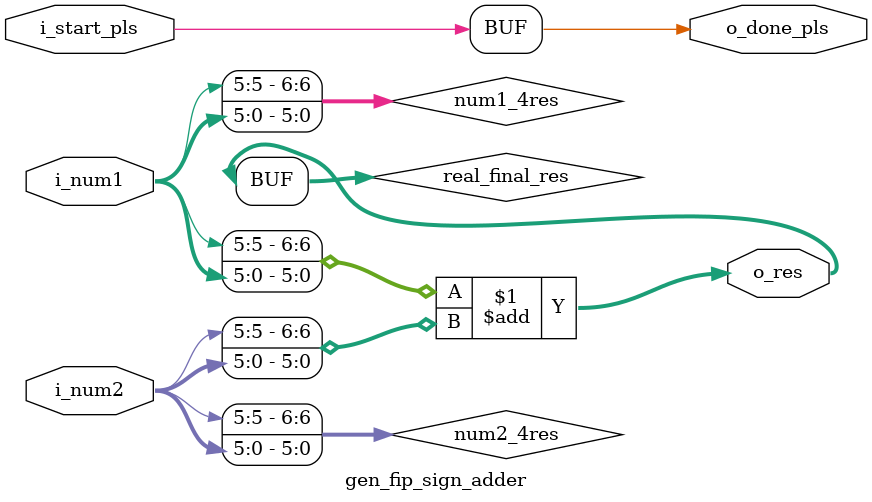
<source format=sv>

module gen_fip_sign_adder # (
	parameter NUM1_INT_W 	= 1, //including sign bit
	parameter NUM2_INT_W 	= 1, //including sign bit
	parameter NUM1_FRACT_W 	= 5,
	parameter NUM2_FRACT_W 	= 5,
	parameter RES_INT_W 	= (NUM1_INT_W 	> NUM2_INT_W	) ? NUM1_INT_W+1 : NUM2_INT_W+1, //1+max(NUM1_INT_W,NUM2_INT_W)   //For default values: 2
	parameter RES_FRACT_W 	= (NUM1_FRACT_W > NUM2_FRACT_W	) ? NUM1_FRACT_W : NUM2_FRACT_W, //max(NUM1_FRACT_W,NUM2_FRACT_W) //For default values: 5
	//----------------------------------------------
	//local parameter - user must not touch!
	//----------------------------------------------
	parameter NUM1_W 	= NUM1_INT_W + NUM1_FRACT_W,
	parameter NUM2_W 	= NUM2_INT_W + NUM2_FRACT_W,
	parameter RES_W 	= RES_INT_W  + RES_FRACT_W
	)	(
	//inputs
	input 				i_start_pls,
	input [NUM1_W-1:0]		i_num1,
	input [NUM2_W-1:0]		i_num2,
	//outputs - immidiate
	output logic			o_done_pls,
	output logic [RES_W-1:0]	o_res //res = num1+num2 //res if fixed-point with sign bit
	 );


// =========================================================================
// local parameters and ints
// =========================================================================
localparam REAL_RES_INT_W 	= (NUM1_INT_W 	> NUM2_INT_W	) ? NUM1_INT_W+1 : NUM2_INT_W+1; //1+max(NUM1_INT_W,NUM2_INT_W)   //For default values: 2
localparam REAL_RES_FRACT_W 	= (NUM1_FRACT_W > NUM2_FRACT_W	) ? NUM1_FRACT_W : NUM2_FRACT_W; //max(NUM1_FRACT_W,NUM2_FRACT_W) //For default values: 5
localparam REAL_RES_W 		= REAL_RES_INT_W  + REAL_RES_FRACT_W;

localparam NUM1_FRACT_START_IDX 	= 0;
localparam NUM1_INT_START_IDX 		= NUM1_FRACT_W;
localparam NUM2_FRACT_START_IDX 	= 0;
localparam NUM2_INT_START_IDX 		= NUM2_FRACT_W;
localparam RES_FRACT_START_IDX  	= 0;
localparam RES_INT_START_IDX 		= RES_FRACT_W;
localparam REAL_RES_FRACT_START_IDX  	= 0;
localparam REAL_RES_INT_START_IDX 	= REAL_RES_FRACT_W;


// =========================================================================
// signals decleration
// =========================================================================
logic [REAL_RES_W-1:0]				num1_4res;
logic [REAL_RES_W-1:0]				num2_4res;
logic [REAL_RES_W-1:0]				real_final_res;




// #########################################################################
// #########################################################################
// ------------------------- MODULE LOGIC ----------------------------------
// #########################################################################
// #########################################################################


// aligne num1 and num2 , and ext to res width
assign num1_4res [REAL_RES_FRACT_START_IDX +: REAL_RES_FRACT_W] = {i_num1[NUM1_FRACT_START_IDX+:NUM1_FRACT_W]		,{(REAL_RES_FRACT_W-NUM1_FRACT_W){1'b0}}};
assign num1_4res [REAL_RES_INT_START_IDX   +: REAL_RES_INT_W  ] = {{(REAL_RES_INT_W-NUM1_INT_W){i_num1[NUM1_W-1]}} 	, i_num1[NUM1_INT_START_IDX+:NUM1_INT_W]};
assign num2_4res [REAL_RES_FRACT_START_IDX +: REAL_RES_FRACT_W] = {i_num2[NUM2_FRACT_START_IDX+:NUM2_FRACT_W]		,{(REAL_RES_FRACT_W-NUM2_FRACT_W){1'b0}}};
assign num2_4res [REAL_RES_INT_START_IDX   +: REAL_RES_INT_W  ] = {{(REAL_RES_INT_W-NUM2_INT_W){i_num2[NUM2_W-1]}} 	, i_num2[NUM2_INT_START_IDX+:NUM2_INT_W]};

// simple addition
assign real_final_res 	  = num1_4res + num2_4res;

// set res width
generate 
	if ((RES_INT_W==REAL_RES_INT_W) && (RES_FRACT_W==REAL_RES_FRACT_W))
		begin: IF_RES_W_IS_REAL_RES_W
		assign o_res 		= real_final_res;
		assign o_done_pls 	= i_start_pls;
		end
	else
		begin: IF_RES_W_ISNOT_REAL_RES_W
		/*CHANGE_RES_WIDTH*/		gen_fip_sign_change_num_width # (
		/*CHANGE_RES_WIDTH*/		.IN_NUM_INT_W 	 (REAL_RES_INT_W 	), //including sign bit
		/*CHANGE_RES_WIDTH*/		.IN_NUM_FRACT_W  (REAL_RES_FRACT_W 	),
		/*CHANGE_RES_WIDTH*/		.OUT_NUM_INT_W 	 (RES_INT_W 		), //including sign bit. 
		/*CHANGE_RES_WIDTH*/		.OUT_NUM_FRACT_W (RES_FRACT_W 		) 
		/*CHANGE_RES_WIDTH*/		) u_fix_res_width_inst	 (
		/*CHANGE_RES_WIDTH*/		//inputs
		/*CHANGE_RES_WIDTH*/		.i_start_pls 	(i_start_pls	),
		/*CHANGE_RES_WIDTH*/		.i_num		(real_final_res	),
		/*CHANGE_RES_WIDTH*/		//outputs - immidiate
		/*CHANGE_RES_WIDTH*/		.o_done_pls	(o_done_pls	),
		/*CHANGE_RES_WIDTH*/		.o_num 		(o_res		)//res is fixed-point with sign bit
		/*CHANGE_RES_WIDTH*/		 );	
		end
endgenerate


endmodule


//##############################################################################################
//##############################################################################################

		


</source>
